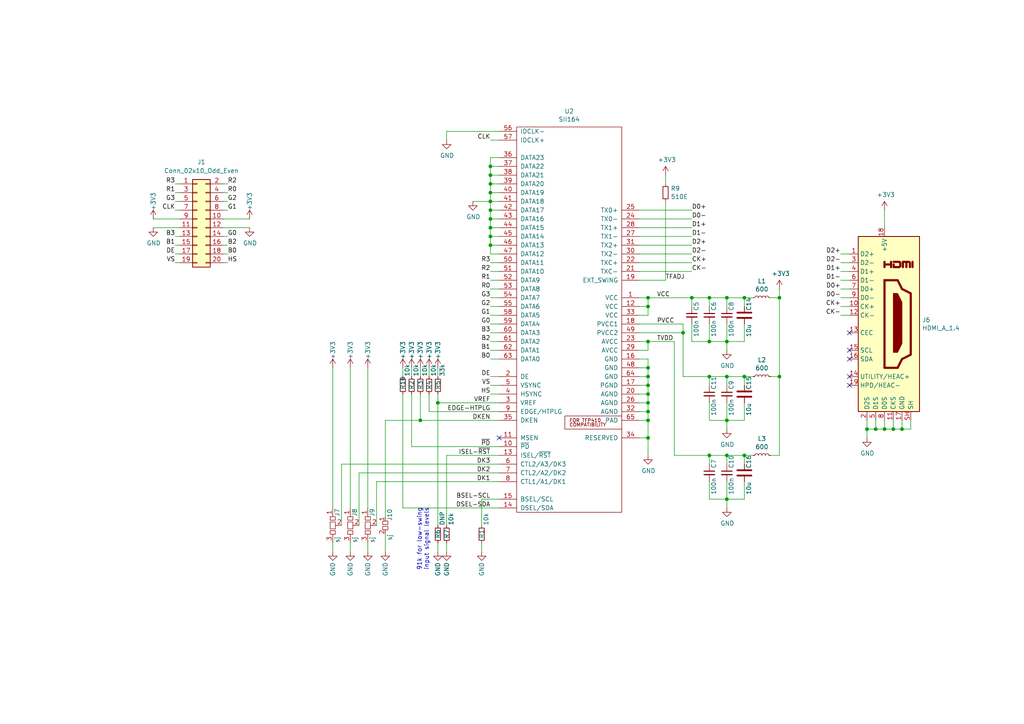
<source format=kicad_sch>
(kicad_sch (version 20230121) (generator eeschema)
  (paper "A4")
  (title_block (title "iCEBreaker PMOD - 12bit DVI") (rev "V1.1a") (company "1BitSquared") (comment 1 "(C) 2018-2021 Piotr Esden-Tempski <piotr@esden.net>") (comment 2 "(C) 2018-2021 1BitSquared <info@1bitsquared.com>") (comment 3 "License: CC-BY-SA V4.0"))
  (lib_symbols
    (symbol "Connector:HDMI_A_1.4"
      (property "Reference" "J" (at -6.35 26.67 0))
      (property "Value" "HDMI_A_1.4" (at 10.16 26.67 0))
      (symbol "HDMI_A_1.4_0_0"
        (polyline (pts (xy 8.128 16.51) (xy 8.128 18.034)) (stroke (width 0.635)))
        (polyline (pts (xy 0 16.51) (xy 0 18.034) (xy 0 17.272) (xy 1.905 17.272) (xy 1.905 18.034) (xy 1.905 16.51)) (stroke (width 0.635)))
        (polyline (pts (xy 2.667 18.034) (xy 4.318 18.034) (xy 4.572 17.78) (xy 4.572 16.764) (xy 4.318 16.51) (xy 2.667 16.51) (xy 2.667 17.272)) (stroke (width 0.635)))
      )
      (symbol "HDMI_A_1.4_0_1"
        (rectangle (start -7.62 25.4) (end 10.16 -25.4) (stroke (width 0.254)) (fill (type background)))
        (polyline (pts (xy 2.54 8.89) (xy 3.81 8.89) (xy 5.08 6.35) (xy 5.08 -5.715) (xy 3.81 -8.255) (xy 2.54 -8.255) (xy 2.54 8.89)) (fill (type outline)))
        (polyline (pts (xy 5.334 16.51) (xy 5.334 18.034) (xy 6.35 18.034) (xy 6.35 16.51) (xy 6.35 18.034) (xy 7.112 18.034) (xy 7.366 17.78) (xy 7.366 16.51)) (stroke (width 0.635)))
        (polyline (pts (xy 0 12.7) (xy 0 -12.7) (xy 3.81 -12.7) (xy 5.08 -10.16) (xy 7.62 -8.89) (xy 7.62 8.89) (xy 5.08 10.16) (xy 3.81 12.7) (xy 0 12.7)) (stroke (width 0.635)))
      )
      (symbol "HDMI_A_1.4_1_1"
        (pin passive line (at -10.16 20.32 0) (length 2.54) (name "D2+") (number "1"))
        (pin passive line (at -10.16 5.08 0) (length 2.54) (name "CK+") (number "10"))
        (pin power_in line (at 2.54 -27.94 90) (length 2.54) (name "CKS") (number "11"))
        (pin passive line (at -10.16 2.54 0) (length 2.54) (name "CK-") (number "12"))
        (pin bidirectional line (at -10.16 -2.54 0) (length 2.54) (name "CEC") (number "13"))
        (pin passive line (at -10.16 -15.24 0) (length 2.54) (name "UTILITY/HEAC+") (number "14"))
        (pin passive line (at -10.16 -7.62 0) (length 2.54) (name "SCL") (number "15"))
        (pin bidirectional line (at -10.16 -10.16 0) (length 2.54) (name "SDA") (number "16"))
        (pin power_in line (at 5.08 -27.94 90) (length 2.54) (name "GND") (number "17"))
        (pin power_in line (at 0 27.94 270) (length 2.54) (name "+5V") (number "18"))
        (pin passive line (at -10.16 -17.78 0) (length 2.54) (name "HPD/HEAC-") (number "19"))
        (pin power_in line (at -5.08 -27.94 90) (length 2.54) (name "D2S") (number "2"))
        (pin passive line (at -10.16 17.78 0) (length 2.54) (name "D2-") (number "3"))
        (pin passive line (at -10.16 15.24 0) (length 2.54) (name "D1+") (number "4"))
        (pin power_in line (at -2.54 -27.94 90) (length 2.54) (name "D1S") (number "5"))
        (pin passive line (at -10.16 12.7 0) (length 2.54) (name "D1-") (number "6"))
        (pin passive line (at -10.16 10.16 0) (length 2.54) (name "D0+") (number "7"))
        (pin power_in line (at 0 -27.94 90) (length 2.54) (name "D0S") (number "8"))
        (pin passive line (at -10.16 7.62 0) (length 2.54) (name "D0-") (number "9"))
        (pin passive line (at 7.62 -27.94 90) (length 2.54) (name "SH") (number "SH"))
      )
    )
    (symbol "Connector_Generic:Conn_02x10_Odd_Even" (pin_names (offset 1.016) hide)
      (property "Reference" "J" (at 1.27 12.7 0))
      (property "Value" "Conn_02x10_Odd_Even" (at 1.27 -15.24 0))
      (symbol "Conn_02x10_Odd_Even_1_1"
        (rectangle (start -1.27 -12.573) (end 0 -12.827) (stroke (width 0.1524)))
        (rectangle (start -1.27 -10.033) (end 0 -10.287) (stroke (width 0.1524)))
        (rectangle (start -1.27 -7.493) (end 0 -7.747) (stroke (width 0.1524)))
        (rectangle (start -1.27 -4.953) (end 0 -5.207) (stroke (width 0.1524)))
        (rectangle (start -1.27 -2.413) (end 0 -2.667) (stroke (width 0.1524)))
        (rectangle (start -1.27 0.127) (end 0 -0.127) (stroke (width 0.1524)))
        (rectangle (start -1.27 2.667) (end 0 2.413) (stroke (width 0.1524)))
        (rectangle (start -1.27 5.207) (end 0 4.953) (stroke (width 0.1524)))
        (rectangle (start -1.27 7.747) (end 0 7.493) (stroke (width 0.1524)))
        (rectangle (start -1.27 10.287) (end 0 10.033) (stroke (width 0.1524)))
        (rectangle (start -1.27 11.43) (end 3.81 -13.97) (stroke (width 0.254)) (fill (type background)))
        (rectangle (start 3.81 -12.573) (end 2.54 -12.827) (stroke (width 0.1524)))
        (rectangle (start 3.81 -10.033) (end 2.54 -10.287) (stroke (width 0.1524)))
        (rectangle (start 3.81 -7.493) (end 2.54 -7.747) (stroke (width 0.1524)))
        (rectangle (start 3.81 -4.953) (end 2.54 -5.207) (stroke (width 0.1524)))
        (rectangle (start 3.81 -2.413) (end 2.54 -2.667) (stroke (width 0.1524)))
        (rectangle (start 3.81 0.127) (end 2.54 -0.127) (stroke (width 0.1524)))
        (rectangle (start 3.81 2.667) (end 2.54 2.413) (stroke (width 0.1524)))
        (rectangle (start 3.81 5.207) (end 2.54 4.953) (stroke (width 0.1524)))
        (rectangle (start 3.81 7.747) (end 2.54 7.493) (stroke (width 0.1524)))
        (rectangle (start 3.81 10.287) (end 2.54 10.033) (stroke (width 0.1524)))
        (pin passive line (at -5.08 10.16 0) (length 3.81) (name "Pin_1") (number "1"))
        (pin passive line (at 7.62 0 180) (length 3.81) (name "Pin_10") (number "10"))
        (pin passive line (at -5.08 -2.54 0) (length 3.81) (name "Pin_11") (number "11"))
        (pin passive line (at 7.62 -2.54 180) (length 3.81) (name "Pin_12") (number "12"))
        (pin passive line (at -5.08 -5.08 0) (length 3.81) (name "Pin_13") (number "13"))
        (pin passive line (at 7.62 -5.08 180) (length 3.81) (name "Pin_14") (number "14"))
        (pin passive line (at -5.08 -7.62 0) (length 3.81) (name "Pin_15") (number "15"))
        (pin passive line (at 7.62 -7.62 180) (length 3.81) (name "Pin_16") (number "16"))
        (pin passive line (at -5.08 -10.16 0) (length 3.81) (name "Pin_17") (number "17"))
        (pin passive line (at 7.62 -10.16 180) (length 3.81) (name "Pin_18") (number "18"))
        (pin passive line (at -5.08 -12.7 0) (length 3.81) (name "Pin_19") (number "19"))
        (pin passive line (at 7.62 10.16 180) (length 3.81) (name "Pin_2") (number "2"))
        (pin passive line (at 7.62 -12.7 180) (length 3.81) (name "Pin_20") (number "20"))
        (pin passive line (at -5.08 7.62 0) (length 3.81) (name "Pin_3") (number "3"))
        (pin passive line (at 7.62 7.62 180) (length 3.81) (name "Pin_4") (number "4"))
        (pin passive line (at -5.08 5.08 0) (length 3.81) (name "Pin_5") (number "5"))
        (pin passive line (at 7.62 5.08 180) (length 3.81) (name "Pin_6") (number "6"))
        (pin passive line (at -5.08 2.54 0) (length 3.81) (name "Pin_7") (number "7"))
        (pin passive line (at 7.62 2.54 180) (length 3.81) (name "Pin_8") (number "8"))
        (pin passive line (at -5.08 0 0) (length 3.81) (name "Pin_9") (number "9"))
      )
    )
    (symbol "pkl_device:pkl_C" (pin_numbers hide) (pin_names (offset 0.254))
      (property "Reference" "C" (at 0.635 2.54 0))
      (property "Value" "pkl_C" (at 0.635 -2.54 0))
      (symbol "pkl_C_0_1"
        (polyline (pts (xy -2.032 -0.762) (xy 2.032 -0.762)) (stroke (width 0.508)))
        (polyline (pts (xy -2.032 0.762) (xy 2.032 0.762)) (stroke (width 0.508)))
      )
      (symbol "pkl_C_1_1"
        (pin passive line (at 0 2.54 270) (length 1.524) (name "~") (number "1"))
        (pin passive line (at 0 -2.54 90) (length 1.524) (name "~") (number "2"))
      )
    )
    (symbol "pkl_device:pkl_C_Small" (pin_numbers hide) (pin_names (offset 0.254) hide)
      (property "Reference" "C" (at 0.254 1.778 0))
      (property "Value" "pkl_C_Small" (at 0.254 -2.032 0))
      (symbol "pkl_C_Small_0_1"
        (polyline (pts (xy -1.524 -0.508) (xy 1.524 -0.508)) (stroke (width 0.3302)))
        (polyline (pts (xy -1.524 0.508) (xy 1.524 0.508)) (stroke (width 0.3048)))
      )
      (symbol "pkl_C_Small_1_1"
        (pin passive line (at 0 2.54 270) (length 1.905) (name "~") (number "1"))
        (pin passive line (at 0 -2.54 90) (length 2.032) (name "~") (number "2"))
      )
    )
    (symbol "pkl_device:pkl_L_Small" (pin_numbers hide) (pin_names (offset 0) hide)
      (property "Reference" "L" (at 1.524 1.27 0))
      (property "Value" "pkl_L_Small" (at 1.524 -1.27 0))
      (symbol "pkl_L_Small_0_1"
        (arc (start 0 -2.032) (mid 0.5058 -1.524) (end 0 -1.016))
        (arc (start 0 -1.016) (mid 0.5058 -0.508) (end 0 0))
        (arc (start 0 0) (mid 0.5058 0.508) (end 0 1.016))
        (arc (start 0 1.016) (mid 0.5058 1.524) (end 0 2.032))
      )
      (symbol "pkl_L_Small_1_1"
        (pin input line (at 0 -2.54 90) (length 0.508) (name "1") (number "1"))
        (pin input line (at 0 2.54 270) (length 0.508) (name "2") (number "2"))
      )
    )
    (symbol "pkl_device:pkl_R_Small" (pin_numbers hide) (pin_names (offset 0.254) hide)
      (property "Reference" "R" (at 0.762 0.508 0))
      (property "Value" "pkl_R_Small" (at 0.762 -1.016 0))
      (symbol "pkl_R_Small_0_1"
        (rectangle (start -0.762 1.778) (end 0.762 -1.778) (stroke (width 0.2032)))
      )
      (symbol "pkl_R_Small_1_1"
        (pin passive line (at 0 2.54 270) (length 0.762) (name "~") (number "1"))
        (pin passive line (at 0 -2.54 90) (length 0.762) (name "~") (number "2"))
      )
    )
    (symbol "pkl_lattice:SII164" (pin_names (offset 1.016))
      (property "Reference" "U" (at 0 55.88 0))
      (property "Value" "SII164" (at 0 -58.42 0))
      (symbol "SII164_0_0"
        (polyline (pts (xy 15.24 -29.21) (xy 0 -29.21) (xy -1.27 -29.21) (xy -1.27 -33.02) (xy 15.24 -33.02)))
        (text "COMPATIBILITY" (at 0 -31.75 0) (effects (font (size 0.9906 0.9906)) (justify left)))
        (text "FOR TFP410 " (at 0 -30.48 0) (effects (font (size 0.9906 0.9906)) (justify left)))
      )
      (symbol "SII164_0_1"
        (rectangle (start -15.24 54.61) (end 15.24 -57.15))
      )
      (symbol "SII164_1_1"
        (pin power_in line (at 20.32 5.08 180) (length 5.08) (name "VCC") (number "1"))
        (pin input line (at -20.32 -38.1 0) (length 5.08) (name "~{PD}") (number "10"))
        (pin output line (at -20.32 -35.56 0) (length 5.08) (name "MSEN") (number "11"))
        (pin power_in line (at 20.32 2.54 180) (length 5.08) (name "VCC") (number "12"))
        (pin input line (at -20.32 -40.64 0) (length 5.08) (name "ISEL/~{RST}") (number "13"))
        (pin input line (at -20.32 -55.88 0) (length 5.08) (name "DSEL/SDA") (number "14"))
        (pin input line (at -20.32 -53.34 0) (length 5.08) (name "BSEL/SCL") (number "15"))
        (pin power_in line (at 20.32 -12.7 180) (length 5.08) (name "GND") (number "16"))
        (pin power_in line (at 20.32 -20.32 180) (length 5.08) (name "PGND") (number "17"))
        (pin power_in line (at 20.32 -2.54 180) (length 5.08) (name "PVCC1") (number "18"))
        (pin input line (at 20.32 10.16 180) (length 5.08) (name "EXT_SWING") (number "19"))
        (pin input line (at -20.32 -17.78 0) (length 5.08) (name "DE") (number "2"))
        (pin power_in line (at 20.32 -22.86 180) (length 5.08) (name "AGND") (number "20"))
        (pin output line (at 20.32 12.7 180) (length 5.08) (name "TXC-") (number "21"))
        (pin output line (at 20.32 15.24 180) (length 5.08) (name "TXC+") (number "22"))
        (pin power_in line (at 20.32 -7.62 180) (length 5.08) (name "AVCC") (number "23"))
        (pin output line (at 20.32 27.94 180) (length 5.08) (name "TX0-") (number "24"))
        (pin output line (at 20.32 30.48 180) (length 5.08) (name "TX0+") (number "25"))
        (pin power_in line (at 20.32 -25.4 180) (length 5.08) (name "AGND") (number "26"))
        (pin output line (at 20.32 22.86 180) (length 5.08) (name "TX1-") (number "27"))
        (pin output line (at 20.32 25.4 180) (length 5.08) (name "TX1+") (number "28"))
        (pin power_in line (at 20.32 -10.16 180) (length 5.08) (name "AVCC") (number "29"))
        (pin input line (at -20.32 -25.4 0) (length 5.08) (name "VREF") (number "3"))
        (pin output line (at 20.32 17.78 180) (length 5.08) (name "TX2-") (number "30"))
        (pin output line (at 20.32 20.32 180) (length 5.08) (name "TX2+") (number "31"))
        (pin power_in line (at 20.32 -27.94 180) (length 5.08) (name "AGND") (number "32"))
        (pin power_in line (at 20.32 0 180) (length 5.08) (name "VCC") (number "33"))
        (pin input line (at 20.32 -35.56 180) (length 5.08) (name "RESERVED") (number "34"))
        (pin input line (at -20.32 -30.48 0) (length 5.08) (name "DKEN") (number "35"))
        (pin input line (at -20.32 45.72 0) (length 5.08) (name "DATA23") (number "36"))
        (pin input line (at -20.32 43.18 0) (length 5.08) (name "DATA22") (number "37"))
        (pin input line (at -20.32 40.64 0) (length 5.08) (name "DATA21") (number "38"))
        (pin input line (at -20.32 38.1 0) (length 5.08) (name "DATA20") (number "39"))
        (pin input line (at -20.32 -22.86 0) (length 5.08) (name "HSYNC") (number "4"))
        (pin input line (at -20.32 35.56 0) (length 5.08) (name "DATA19") (number "40"))
        (pin input line (at -20.32 33.02 0) (length 5.08) (name "DATA18") (number "41"))
        (pin input line (at -20.32 30.48 0) (length 5.08) (name "DATA17") (number "42"))
        (pin input line (at -20.32 27.94 0) (length 5.08) (name "DATA16") (number "43"))
        (pin input line (at -20.32 25.4 0) (length 5.08) (name "DATA15") (number "44"))
        (pin input line (at -20.32 22.86 0) (length 5.08) (name "DATA14") (number "45"))
        (pin input line (at -20.32 20.32 0) (length 5.08) (name "DATA13") (number "46"))
        (pin input line (at -20.32 17.78 0) (length 5.08) (name "DATA12") (number "47"))
        (pin power_in line (at 20.32 -15.24 180) (length 5.08) (name "GND") (number "48"))
        (pin power_in line (at 20.32 -5.08 180) (length 5.08) (name "PVCC2") (number "49"))
        (pin input line (at -20.32 -20.32 0) (length 5.08) (name "VSYNC") (number "5"))
        (pin input line (at -20.32 15.24 0) (length 5.08) (name "DATA11") (number "50"))
        (pin input line (at -20.32 12.7 0) (length 5.08) (name "DATA10") (number "51"))
        (pin input line (at -20.32 10.16 0) (length 5.08) (name "DATA9") (number "52"))
        (pin input line (at -20.32 7.62 0) (length 5.08) (name "DATA8") (number "53"))
        (pin input line (at -20.32 5.08 0) (length 5.08) (name "DATA7") (number "54"))
        (pin input line (at -20.32 2.54 0) (length 5.08) (name "DATA6") (number "55"))
        (pin input line (at -20.32 53.34 0) (length 5.08) (name "IDCLK-") (number "56"))
        (pin input line (at -20.32 50.8 0) (length 5.08) (name "IDCLK+") (number "57"))
        (pin input line (at -20.32 0 0) (length 5.08) (name "DATA5") (number "58"))
        (pin input line (at -20.32 -2.54 0) (length 5.08) (name "DATA4") (number "59"))
        (pin input line (at -20.32 -43.18 0) (length 5.08) (name "CTL2/A3/DK3") (number "6"))
        (pin input line (at -20.32 -5.08 0) (length 5.08) (name "DATA3") (number "60"))
        (pin input line (at -20.32 -7.62 0) (length 5.08) (name "DATA2") (number "61"))
        (pin input line (at -20.32 -10.16 0) (length 5.08) (name "DATA1") (number "62"))
        (pin input line (at -20.32 -12.7 0) (length 5.08) (name "DATA0") (number "63"))
        (pin power_in line (at 20.32 -17.78 180) (length 5.08) (name "GND") (number "64"))
        (pin power_in line (at 20.32 -30.48 180) (length 5.08) (name "PAD") (number "65"))
        (pin input line (at -20.32 -45.72 0) (length 5.08) (name "CTL2/A2/DK2") (number "7"))
        (pin input line (at -20.32 -48.26 0) (length 5.08) (name "CTL1/A1/DK1") (number "8"))
        (pin input line (at -20.32 -27.94 0) (length 5.08) (name "EDGE/HTPLG") (number "9"))
      )
    )
    (symbol "pkl_misc:pkl_double_jumper" (pin_names (offset 1.016))
      (property "Reference" "J" (at 0 -2.54 0))
      (property "Value" "pkl_double_jumper" (at 0 -5.08 0))
      (symbol "pkl_double_jumper_0_0"
        (polyline (pts (xy 0 1.27) (xy 0 0.762)))
      )
      (symbol "pkl_double_jumper_0_1"
        (rectangle (start 1.524 0.762) (end 2.54 -0.762))
      )
      (symbol "pkl_double_jumper_1_1"
        (rectangle (start -2.54 0.762) (end -1.524 -0.762))
        (rectangle (start -1.016 0.762) (end 1.016 -0.762))
        (pin passive line (at -5.08 0 0) (length 2.54) (name "~") (number "1"))
        (pin passive line (at 0 2.54 270) (length 1.27) (name "~") (number "2"))
        (pin passive line (at 5.08 0 180) (length 2.54) (name "~") (number "3"))
      )
    )
    (symbol "pkl_misc:pkl_jumper" (pin_names (offset 1.016))
      (property "Reference" "J" (at 2.54 -2.54 0))
      (property "Value" "pkl_jumper" (at 0 3.81 0))
      (symbol "pkl_jumper_0_1"
        (rectangle (start -1.27 0.762) (end -0.254 -0.762))
        (rectangle (start 0.254 0.762) (end 1.27 -0.762))
      )
      (symbol "pkl_jumper_1_1"
        (pin passive line (at -2.54 0 0) (length 1.27) (name "~") (number "1"))
        (pin passive line (at 2.54 0 180) (length 1.27) (name "~") (number "2"))
      )
    )
    (symbol "power:+3V3" (power) (pin_names (offset 0))
      (property "Value" "+3V3" (at 0 3.556 0))
      (symbol "+3V3_0_1"
        (polyline (pts (xy -0.762 1.27) (xy 0 2.54)))
        (polyline (pts (xy 0 0) (xy 0 2.54)))
        (polyline (pts (xy 0 2.54) (xy 0.762 1.27)))
      )
      (symbol "+3V3_1_1"
        (pin power_in line (at 0 0 90) (length 0) hide (name "+3V3") (number "1"))
      )
    )
    (symbol "power:GND" (power) (pin_names (offset 0))
      (property "Value" "GND" (at 0 -3.81 0))
      (symbol "GND_0_1"
        (polyline (pts (xy 0 0) (xy 0 -1.27) (xy 1.27 -1.27) (xy 0 -2.54) (xy -1.27 -1.27) (xy 0 -1.27)))
      )
      (symbol "GND_1_1"
        (pin power_in line (at 0 0 270) (length 0) hide (name "GND") (number "1"))
      )
    )
  )
  (junction (at 142.24 58.42))
  (junction (at 121.92 121.92))
  (junction (at 142.24 68.58))
  (junction (at 226.06 86.36))
  (junction (at 187.96 106.68))
  (junction (at 142.24 63.5))
  (junction (at 198.12 96.52))
  (junction (at 187.96 99.06))
  (junction (at 187.96 88.9))
  (junction (at 210.82 86.36))
  (junction (at 215.9 86.36))
  (junction (at 210.82 132.08))
  (junction (at 142.24 50.8))
  (junction (at 142.24 71.12))
  (junction (at 261.62 124.46))
  (junction (at 210.82 99.06))
  (junction (at 187.96 114.3))
  (junction (at 205.74 99.06))
  (junction (at 210.82 144.78))
  (junction (at 187.96 109.22))
  (junction (at 187.96 119.38))
  (junction (at 226.06 109.22))
  (junction (at 127 116.84))
  (junction (at 142.24 48.26))
  (junction (at 256.54 124.46))
  (junction (at 259.08 124.46))
  (junction (at 205.74 109.22))
  (junction (at 142.24 60.96))
  (junction (at 200.66 86.36))
  (junction (at 187.96 127))
  (junction (at 205.74 132.08))
  (junction (at 187.96 121.92))
  (junction (at 142.24 66.04))
  (junction (at 142.24 53.34))
  (junction (at 205.74 86.36))
  (junction (at 215.9 132.08))
  (junction (at 187.96 111.76))
  (junction (at 187.96 116.84))
  (junction (at 210.82 109.22))
  (junction (at 215.9 109.22))
  (junction (at 254 124.46))
  (junction (at 142.24 55.88))
  (junction (at 210.82 121.92))
  (junction (at 251.46 124.46))
  (junction (at 187.96 86.36))
  (no_connect (at 246.38 109.22))
  (no_connect (at 246.38 101.6))
  (no_connect (at 144.78 127))
  (no_connect (at 246.38 111.76))
  (no_connect (at 246.38 104.14))
  (no_connect (at 246.38 96.52))
  (wire (pts (xy 144.78 40.64) (xy 142.24 40.64)))
  (wire (pts (xy 210.82 86.36) (xy 205.74 86.36)))
  (wire (pts (xy 187.96 116.84) (xy 187.96 119.38)))
  (wire (pts (xy 205.74 139.7) (xy 205.74 144.78)))
  (wire (pts (xy 104.14 137.16) (xy 144.78 137.16)))
  (wire (pts (xy 142.24 55.88) (xy 142.24 58.42)))
  (wire (pts (xy 144.78 116.84) (xy 127 116.84)))
  (wire (pts (xy 142.24 53.34) (xy 142.24 50.8)))
  (wire (pts (xy 205.74 144.78) (xy 210.82 144.78)))
  (wire (pts (xy 144.78 45.72) (xy 142.24 45.72)))
  (wire (pts (xy 142.24 93.98) (xy 144.78 93.98)))
  (wire (pts (xy 144.78 111.76) (xy 142.24 111.76)))
  (wire (pts (xy 185.42 109.22) (xy 187.96 109.22)))
  (wire (pts (xy 142.24 50.8) (xy 142.24 48.26)))
  (wire (pts (xy 187.96 91.44) (xy 187.96 88.9)))
  (wire (pts (xy 185.42 91.44) (xy 187.96 91.44)))
  (wire (pts (xy 210.82 132.08) (xy 215.9 132.08)))
  (wire (pts (xy 185.42 104.14) (xy 187.96 104.14)))
  (wire (pts (xy 210.82 121.92) (xy 215.9 121.92)))
  (wire (pts (xy 215.9 99.06) (xy 215.9 93.98)))
  (wire (pts (xy 205.74 109.22) (xy 210.82 109.22)))
  (wire (pts (xy 205.74 86.36) (xy 205.74 88.9)))
  (wire (pts (xy 139.7 157.48) (xy 139.7 160.02)))
  (wire (pts (xy 246.38 76.2) (xy 243.84 76.2)))
  (wire (pts (xy 64.77 68.58) (xy 66.04 68.58)))
  (wire (pts (xy 116.84 114.3) (xy 116.84 147.32)))
  (wire (pts (xy 127 106.68) (xy 127 109.22)))
  (wire (pts (xy 185.42 86.36) (xy 187.96 86.36)))
  (wire (pts (xy 66.04 73.66) (xy 64.77 73.66)))
  (wire (pts (xy 144.78 55.88) (xy 142.24 55.88)))
  (wire (pts (xy 185.42 93.98) (xy 198.12 93.98)))
  (wire (pts (xy 226.06 86.36) (xy 226.06 109.22)))
  (wire (pts (xy 261.62 121.92) (xy 261.62 124.46)))
  (wire (pts (xy 142.24 99.06) (xy 144.78 99.06)))
  (wire (pts (xy 64.77 71.12) (xy 66.04 71.12)))
  (wire (pts (xy 142.24 86.36) (xy 144.78 86.36)))
  (wire (pts (xy 205.74 116.84) (xy 205.74 121.92)))
  (wire (pts (xy 205.74 132.08) (xy 210.82 132.08)))
  (wire (pts (xy 210.82 109.22) (xy 215.9 109.22)))
  (wire (pts (xy 210.82 86.36) (xy 215.9 86.36)))
  (wire (pts (xy 210.82 116.84) (xy 210.82 121.92)))
  (wire (pts (xy 215.9 121.92) (xy 215.9 116.84)))
  (wire (pts (xy 185.42 119.38) (xy 187.96 119.38)))
  (wire (pts (xy 261.62 124.46) (xy 259.08 124.46)))
  (wire (pts (xy 50.8 73.66) (xy 52.07 73.66)))
  (wire (pts (xy 119.38 129.54) (xy 119.38 114.3)))
  (wire (pts (xy 198.12 93.98) (xy 198.12 96.52)))
  (wire (pts (xy 111.76 154.94) (xy 111.76 160.02)))
  (wire (pts (xy 144.78 73.66) (xy 142.24 73.66)))
  (wire (pts (xy 215.9 132.08) (xy 215.9 134.62)))
  (wire (pts (xy 50.8 58.42) (xy 52.07 58.42)))
  (wire (pts (xy 205.74 86.36) (xy 200.66 86.36)))
  (wire (pts (xy 264.16 121.92) (xy 264.16 124.46)))
  (wire (pts (xy 144.78 58.42) (xy 142.24 58.42)))
  (wire (pts (xy 185.42 111.76) (xy 187.96 111.76)))
  (wire (pts (xy 187.96 101.6) (xy 187.96 99.06)))
  (wire (pts (xy 144.78 114.3) (xy 142.24 114.3)))
  (wire (pts (xy 246.38 86.36) (xy 243.84 86.36)))
  (wire (pts (xy 195.58 99.06) (xy 195.58 132.08)))
  (wire (pts (xy 195.58 132.08) (xy 205.74 132.08)))
  (wire (pts (xy 215.9 132.08) (xy 218.44 132.08)))
  (wire (pts (xy 101.6 147.32) (xy 101.6 106.68)))
  (wire (pts (xy 210.82 93.98) (xy 210.82 99.06)))
  (wire (pts (xy 142.24 55.88) (xy 142.24 53.34)))
  (wire (pts (xy 205.74 132.08) (xy 205.74 134.62)))
  (wire (pts (xy 50.8 53.34) (xy 52.07 53.34)))
  (wire (pts (xy 50.8 71.12) (xy 52.07 71.12)))
  (wire (pts (xy 210.82 86.36) (xy 210.82 88.9)))
  (wire (pts (xy 129.54 152.4) (xy 129.54 132.08)))
  (wire (pts (xy 50.8 68.58) (xy 52.07 68.58)))
  (wire (pts (xy 210.82 132.08) (xy 210.82 134.62)))
  (wire (pts (xy 185.42 88.9) (xy 187.96 88.9)))
  (wire (pts (xy 109.22 152.4) (xy 109.22 139.7)))
  (wire (pts (xy 99.06 134.62) (xy 99.06 152.4)))
  (wire (pts (xy 129.54 38.1) (xy 144.78 38.1)))
  (wire (pts (xy 124.46 119.38) (xy 144.78 119.38)))
  (wire (pts (xy 246.38 91.44) (xy 243.84 91.44)))
  (wire (pts (xy 142.24 60.96) (xy 142.24 63.5)))
  (wire (pts (xy 185.42 81.28) (xy 193.04 81.28)))
  (wire (pts (xy 185.42 68.58) (xy 200.66 68.58)))
  (wire (pts (xy 259.08 121.92) (xy 259.08 124.46)))
  (wire (pts (xy 223.52 132.08) (xy 226.06 132.08)))
  (wire (pts (xy 246.38 78.74) (xy 243.84 78.74)))
  (wire (pts (xy 185.42 63.5) (xy 200.66 63.5)))
  (wire (pts (xy 210.82 139.7) (xy 210.82 144.78)))
  (wire (pts (xy 198.12 96.52) (xy 198.12 109.22)))
  (wire (pts (xy 187.96 114.3) (xy 187.96 116.84)))
  (wire (pts (xy 215.9 86.36) (xy 215.9 88.9)))
  (wire (pts (xy 142.24 88.9) (xy 144.78 88.9)))
  (wire (pts (xy 104.14 152.4) (xy 104.14 137.16)))
  (wire (pts (xy 139.7 152.4) (xy 139.7 144.78)))
  (wire (pts (xy 200.66 93.98) (xy 200.66 99.06)))
  (wire (pts (xy 187.96 111.76) (xy 187.96 114.3)))
  (wire (pts (xy 264.16 124.46) (xy 261.62 124.46)))
  (wire (pts (xy 129.54 40.64) (xy 129.54 38.1)))
  (wire (pts (xy 101.6 160.02) (xy 101.6 157.48)))
  (wire (pts (xy 64.77 66.04) (xy 72.39 66.04)))
  (wire (pts (xy 187.96 88.9) (xy 187.96 86.36)))
  (wire (pts (xy 64.77 55.88) (xy 66.04 55.88)))
  (wire (pts (xy 109.22 139.7) (xy 144.78 139.7)))
  (wire (pts (xy 215.9 144.78) (xy 215.9 139.7)))
  (wire (pts (xy 144.78 63.5) (xy 142.24 63.5)))
  (wire (pts (xy 142.24 101.6) (xy 144.78 101.6)))
  (wire (pts (xy 205.74 99.06) (xy 210.82 99.06)))
  (wire (pts (xy 116.84 109.22) (xy 116.84 106.68)))
  (wire (pts (xy 210.82 99.06) (xy 210.82 101.6)))
  (wire (pts (xy 142.24 58.42) (xy 142.24 60.96)))
  (wire (pts (xy 185.42 60.96) (xy 200.66 60.96)))
  (wire (pts (xy 185.42 73.66) (xy 200.66 73.66)))
  (wire (pts (xy 259.08 124.46) (xy 256.54 124.46)))
  (wire (pts (xy 142.24 83.82) (xy 144.78 83.82)))
  (wire (pts (xy 246.38 81.28) (xy 243.84 81.28)))
  (wire (pts (xy 210.82 109.22) (xy 210.82 111.76)))
  (wire (pts (xy 200.66 99.06) (xy 205.74 99.06)))
  (wire (pts (xy 185.42 106.68) (xy 187.96 106.68)))
  (wire (pts (xy 185.42 101.6) (xy 187.96 101.6)))
  (wire (pts (xy 246.38 73.66) (xy 243.84 73.66)))
  (wire (pts (xy 185.42 127) (xy 187.96 127)))
  (wire (pts (xy 106.68 157.48) (xy 106.68 160.02)))
  (wire (pts (xy 142.24 104.14) (xy 144.78 104.14)))
  (wire (pts (xy 251.46 121.92) (xy 251.46 124.46)))
  (wire (pts (xy 119.38 109.22) (xy 119.38 106.68)))
  (wire (pts (xy 256.54 60.96) (xy 256.54 66.04)))
  (wire (pts (xy 256.54 121.92) (xy 256.54 124.46)))
  (wire (pts (xy 121.92 121.92) (xy 121.92 114.3)))
  (wire (pts (xy 187.96 121.92) (xy 187.96 127)))
  (wire (pts (xy 142.24 45.72) (xy 142.24 48.26)))
  (wire (pts (xy 210.82 144.78) (xy 215.9 144.78)))
  (wire (pts (xy 254 124.46) (xy 251.46 124.46)))
  (wire (pts (xy 116.84 147.32) (xy 144.78 147.32)))
  (wire (pts (xy 142.24 71.12) (xy 144.78 71.12)))
  (wire (pts (xy 226.06 132.08) (xy 226.06 109.22)))
  (wire (pts (xy 119.38 129.54) (xy 144.78 129.54)))
  (wire (pts (xy 205.74 109.22) (xy 205.74 111.76)))
  (wire (pts (xy 50.8 55.88) (xy 52.07 55.88)))
  (wire (pts (xy 50.8 60.96) (xy 52.07 60.96)))
  (wire (pts (xy 187.96 104.14) (xy 187.96 106.68)))
  (wire (pts (xy 226.06 109.22) (xy 223.52 109.22)))
  (wire (pts (xy 52.07 66.04) (xy 44.45 66.04)))
  (wire (pts (xy 187.96 99.06) (xy 195.58 99.06)))
  (wire (pts (xy 256.54 124.46) (xy 254 124.46)))
  (wire (pts (xy 111.76 149.86) (xy 111.76 121.92)))
  (wire (pts (xy 187.96 109.22) (xy 187.96 111.76)))
  (wire (pts (xy 111.76 121.92) (xy 121.92 121.92)))
  (wire (pts (xy 251.46 124.46) (xy 251.46 127)))
  (wire (pts (xy 144.78 60.96) (xy 142.24 60.96)))
  (wire (pts (xy 99.06 134.62) (xy 144.78 134.62)))
  (wire (pts (xy 106.68 147.32) (xy 106.68 106.68)))
  (wire (pts (xy 187.96 106.68) (xy 187.96 109.22)))
  (wire (pts (xy 142.24 78.74) (xy 144.78 78.74)))
  (wire (pts (xy 142.24 63.5) (xy 142.24 66.04)))
  (wire (pts (xy 139.7 144.78) (xy 144.78 144.78)))
  (wire (pts (xy 142.24 81.28) (xy 144.78 81.28)))
  (wire (pts (xy 185.42 78.74) (xy 200.66 78.74)))
  (wire (pts (xy 142.24 68.58) (xy 142.24 71.12)))
  (wire (pts (xy 198.12 109.22) (xy 205.74 109.22)))
  (wire (pts (xy 185.42 114.3) (xy 187.96 114.3)))
  (wire (pts (xy 129.54 157.48) (xy 129.54 160.02)))
  (wire (pts (xy 64.77 63.5) (xy 72.39 63.5)))
  (wire (pts (xy 200.66 86.36) (xy 200.66 88.9)))
  (wire (pts (xy 193.04 81.28) (xy 193.04 58.42)))
  (wire (pts (xy 127 116.84) (xy 127 152.4)))
  (wire (pts (xy 142.24 66.04) (xy 142.24 68.58)))
  (wire (pts (xy 226.06 86.36) (xy 226.06 83.82)))
  (wire (pts (xy 185.42 66.04) (xy 200.66 66.04)))
  (wire (pts (xy 144.78 68.58) (xy 142.24 68.58)))
  (wire (pts (xy 64.77 58.42) (xy 66.04 58.42)))
  (wire (pts (xy 210.82 144.78) (xy 210.82 147.32)))
  (wire (pts (xy 187.96 119.38) (xy 187.96 121.92)))
  (wire (pts (xy 50.8 76.2) (xy 52.07 76.2)))
  (wire (pts (xy 215.9 109.22) (xy 218.44 109.22)))
  (wire (pts (xy 185.42 121.92) (xy 187.96 121.92)))
  (wire (pts (xy 137.16 58.42) (xy 142.24 58.42)))
  (wire (pts (xy 185.42 116.84) (xy 187.96 116.84)))
  (wire (pts (xy 66.04 76.2) (xy 64.77 76.2)))
  (wire (pts (xy 185.42 71.12) (xy 200.66 71.12)))
  (wire (pts (xy 144.78 109.22) (xy 142.24 109.22)))
  (wire (pts (xy 129.54 132.08) (xy 144.78 132.08)))
  (wire (pts (xy 200.66 86.36) (xy 187.96 86.36)))
  (wire (pts (xy 185.42 99.06) (xy 187.96 99.06)))
  (wire (pts (xy 96.52 147.32) (xy 96.52 106.68)))
  (wire (pts (xy 144.78 66.04) (xy 142.24 66.04)))
  (wire (pts (xy 246.38 88.9) (xy 243.84 88.9)))
  (wire (pts (xy 142.24 76.2) (xy 144.78 76.2)))
  (wire (pts (xy 205.74 93.98) (xy 205.74 99.06)))
  (wire (pts (xy 64.77 53.34) (xy 66.04 53.34)))
  (wire (pts (xy 124.46 109.22) (xy 124.46 106.68)))
  (wire (pts (xy 246.38 83.82) (xy 243.84 83.82)))
  (wire (pts (xy 142.24 96.52) (xy 144.78 96.52)))
  (wire (pts (xy 142.24 48.26) (xy 144.78 48.26)))
  (wire (pts (xy 144.78 53.34) (xy 142.24 53.34)))
  (wire (pts (xy 210.82 99.06) (xy 215.9 99.06)))
  (wire (pts (xy 64.77 60.96) (xy 66.04 60.96)))
  (wire (pts (xy 193.04 53.34) (xy 193.04 50.8)))
  (wire (pts (xy 124.46 119.38) (xy 124.46 114.3)))
  (wire (pts (xy 215.9 109.22) (xy 215.9 111.76)))
  (wire (pts (xy 144.78 50.8) (xy 142.24 50.8)))
  (wire (pts (xy 142.24 91.44) (xy 144.78 91.44)))
  (wire (pts (xy 187.96 127) (xy 187.96 132.08)))
  (wire (pts (xy 210.82 121.92) (xy 210.82 124.46)))
  (wire (pts (xy 127 157.48) (xy 127 160.02)))
  (wire (pts (xy 127 116.84) (xy 127 114.3)))
  (wire (pts (xy 121.92 106.68) (xy 121.92 109.22)))
  (wire (pts (xy 44.45 63.5) (xy 52.07 63.5)))
  (wire (pts (xy 254 121.92) (xy 254 124.46)))
  (wire (pts (xy 223.52 86.36) (xy 226.06 86.36)))
  (wire (pts (xy 205.74 121.92) (xy 210.82 121.92)))
  (wire (pts (xy 198.12 96.52) (xy 185.42 96.52)))
  (wire (pts (xy 142.24 73.66) (xy 142.24 71.12)))
  (wire (pts (xy 96.52 157.48) (xy 96.52 160.02)))
  (wire (pts (xy 185.42 76.2) (xy 200.66 76.2)))
  (wire (pts (xy 218.44 86.36) (xy 215.9 86.36)))
  (wire (pts (xy 121.92 121.92) (xy 144.78 121.92)))
  (text "91k for low-swing\ninput signal levels" (at 124.46 147.32 90) (effects (font (size 1.27 1.27)) (justify right bottom)))
  (label "TVDD" (at 190.5 99.06 0))
  (label "B2" (at 142.24 99.06 180))
  (label "DK3" (at 142.24 134.62 180))
  (label "CK-" (at 200.66 78.74 0))
  (label "D0+" (at 243.84 83.82 180))
  (label "VREF" (at 142.24 116.84 180))
  (label "D2-" (at 243.84 76.2 180))
  (label "D1+" (at 200.66 66.04 0))
  (label "B2" (at 66.04 71.12 0))
  (label "B0" (at 142.24 104.14 180))
  (label "D2+" (at 200.66 71.12 0))
  (label "G3" (at 142.24 86.36 180))
  (label "R3" (at 142.24 76.2 180))
  (label "DK2" (at 142.24 137.16 180))
  (label "~{PD}" (at 142.24 129.54 180))
  (label "D2+" (at 243.84 73.66 180))
  (label "B3" (at 142.24 96.52 180))
  (label "VS" (at 50.8 76.2 180))
  (label "CLK" (at 142.24 40.64 180))
  (label "CK+" (at 200.66 76.2 0))
  (label "D2-" (at 200.66 73.66 0))
  (label "R3" (at 50.8 53.34 180))
  (label "B3" (at 50.8 68.58 180))
  (label "B1" (at 50.8 71.12 180))
  (label "G0" (at 66.04 68.58 0))
  (label "D0-" (at 200.66 63.5 0))
  (label "R0" (at 142.24 83.82 180))
  (label "D0-" (at 243.84 86.36 180))
  (label "R2" (at 66.04 53.34 0))
  (label "G3" (at 50.8 58.42 180))
  (label "D0+" (at 200.66 60.96 0))
  (label "HS" (at 66.04 76.2 0))
  (label "DE" (at 142.24 109.22 180))
  (label "DSEL-SDA" (at 142.24 147.32 180))
  (label "PVCC" (at 190.5 93.98 0))
  (label "D1-" (at 243.84 81.28 180))
  (label "VCC" (at 190.5 86.36 0))
  (label "TFADJ" (at 193.04 81.28 0))
  (label "R1" (at 50.8 55.88 180))
  (label "CK+" (at 243.84 88.9 180))
  (label "EDGE-HTPLG" (at 142.24 119.38 180))
  (label "BSEL-SCL" (at 142.24 144.78 180))
  (label "DKEN" (at 142.24 121.92 180))
  (label "R1" (at 142.24 81.28 180))
  (label "DE" (at 50.8 73.66 180))
  (label "HS" (at 142.24 114.3 180))
  (label "G2" (at 142.24 88.9 180))
  (label "B0" (at 66.04 73.66 0))
  (label "CK-" (at 243.84 91.44 180))
  (label "G1" (at 66.04 60.96 0))
  (label "D1-" (at 200.66 68.58 0))
  (label "R2" (at 142.24 78.74 180))
  (label "CLK" (at 50.8 60.96 180))
  (label "B1" (at 142.24 101.6 180))
  (label "G0" (at 142.24 93.98 180))
  (label "R0" (at 66.04 55.88 0))
  (label "G2" (at 66.04 58.42 0))
  (label "G1" (at 142.24 91.44 180))
  (label "DK1" (at 142.24 139.7 180))
  (label "VS" (at 142.24 111.76 180))
  (label "D1+" (at 243.84 78.74 180))
  (label "ISEL-~{RST}" (at 142.24 132.08 180))
  (symbol (lib_id "Connector:HDMI_A_1.4") (at 256.54 93.98 0) (unit 1)
    (property "Reference" "J6" (at 267.462 92.7862 0) (effects (justify left)))
    (property "Value" "HDMI_A_1.4" (at 267.462 95.1484 0) (effects (justify left)))
    (property "Footprint" "pkl_connectors:HDMI-10029449-111RLF" (effects hide))
    (property "Datasheet" "https://en.wikipedia.org/wiki/HDMI" (effects hide))
    (property "Source" "ANY" (effects hide))
    (property "Key" "conn-hdmi-10029449-111rlf" (effects hide))
  )
  (symbol (lib_id "pkl_lattice:SII164") (at 165.1 91.44 0) (unit 1)
    (property "Reference" "U2" (at 165.1 32.258 0))
    (property "Value" "SII164" (at 165.1 34.6202 0))
    (property "Footprint" "pkl_housings_qfp:TQFP-64-1EP_10x10mm_P0.5mm_EP5x5mm" (effects hide))
    (property "Datasheet" "http://www.ti.com/lit/ds/symlink/tfp410.pdf" (effects hide))
    (property "Source" "ANY" (effects hide))
    (property "Key" "ic-tqfp64-tfp410" (effects hide))
  )
  (symbol (lib_id "power:GND") (at 251.46 127 0) (unit 1)
    (property "Reference" "#PWR0101" (effects hide))
    (property "Value" "GND" (at 251.587 131.4704 0))
  )
  (symbol (lib_id "power:GND") (at 129.54 40.64 0) (unit 1)
    (property "Reference" "#PWR0102" (effects hide))
    (property "Value" "GND" (at 129.667 45.1104 0))
  )
  (symbol (lib_id "power:GND") (at 187.96 132.08 0) (unit 1)
    (property "Reference" "#PWR0103" (effects hide))
    (property "Value" "GND" (at 188.087 136.5504 0))
  )
  (symbol (lib_id "power:+3V3") (at 226.06 83.82 0) (unit 1)
    (property "Reference" "#PWR0105" (effects hide))
    (property "Value" "+3V3" (at 226.441 79.3496 0))
  )
  (symbol (lib_id "pkl_device:pkl_C_Small") (at 200.66 91.44 0) (unit 1)
    (property "Reference" "C5" (at 201.93 90.17 90) (effects (justify left)))
    (property "Value" "100n" (at 201.93 97.79 90) (effects (justify left)))
    (property "Footprint" "pkl_dipol:C_0402" (effects hide))
    (property "Key" "cap-cer-0402-100n" (effects hide))
    (property "Source" "ANY" (effects hide))
  )
  (symbol (lib_id "pkl_device:pkl_C_Small") (at 205.74 91.44 0) (unit 1)
    (property "Reference" "C6" (at 207.01 90.17 90) (effects (justify left)))
    (property "Value" "100n" (at 207.01 97.79 90) (effects (justify left)))
    (property "Footprint" "pkl_dipol:C_0402" (effects hide))
    (property "Key" "cap-cer-0402-100n" (effects hide))
    (property "Source" "ANY" (effects hide))
  )
  (symbol (lib_id "pkl_device:pkl_C_Small") (at 210.82 91.44 0) (unit 1)
    (property "Reference" "C8" (at 212.09 90.17 90) (effects (justify left)))
    (property "Value" "100n" (at 212.09 97.79 90) (effects (justify left)))
    (property "Footprint" "pkl_dipol:C_0402" (effects hide))
    (property "Key" "cap-cer-0402-100n" (effects hide))
    (property "Source" "ANY" (effects hide))
  )
  (symbol (lib_id "pkl_device:pkl_C_Small") (at 205.74 137.16 0) (unit 1)
    (property "Reference" "C7" (at 207.01 135.89 90) (effects (justify left)))
    (property "Value" "100n" (at 207.01 143.51 90) (effects (justify left)))
    (property "Footprint" "pkl_dipol:C_0402" (effects hide))
    (property "Key" "cap-cer-0402-100n" (effects hide))
    (property "Source" "ANY" (effects hide))
  )
  (symbol (lib_id "pkl_device:pkl_C_Small") (at 210.82 137.16 0) (unit 1)
    (property "Reference" "C10" (at 212.09 135.89 90) (effects (justify left)))
    (property "Value" "100n" (at 212.09 143.51 90) (effects (justify left)))
    (property "Footprint" "pkl_dipol:C_0402" (effects hide))
    (property "Key" "cap-cer-0402-100n" (effects hide))
    (property "Source" "ANY" (effects hide))
  )
  (symbol (lib_id "power:+3V3") (at 127 106.68 0) (unit 1)
    (property "Reference" "#PWR0106" (effects hide))
    (property "Value" "+3V3" (at 127 101.6 90))
  )
  (symbol (lib_id "pkl_device:pkl_R_Small") (at 193.04 55.88 0) (unit 1)
    (property "Reference" "R9" (at 194.5386 54.6862 0) (effects (justify left)))
    (property "Value" "510E" (at 194.5386 57.0484 0) (effects (justify left)))
    (property "Footprint" "pkl_dipol:R_0402" (effects hide))
    (property "Key" "res-0402-510" (effects hide))
    (property "Source" "ANY" (effects hide))
  )
  (symbol (lib_id "power:+3V3") (at 193.04 50.8 0) (unit 1)
    (property "Reference" "#PWR0108" (effects hide))
    (property "Value" "+3V3" (at 193.421 46.3296 0))
  )
  (symbol (lib_id "pkl_device:pkl_R_Small") (at 124.46 111.76 0) (unit 1)
    (property "Reference" "R4" (at 124.46 113.03 90) (effects (justify left)))
    (property "Value" "10k" (at 125.73 109.22 90) (effects (justify left)))
    (property "Footprint" "pkl_dipol:R_0402" (effects hide))
    (property "Key" "res-0402-10k" (effects hide))
    (property "Source" "ANY" (effects hide))
  )
  (symbol (lib_id "pkl_device:pkl_R_Small") (at 127 111.76 0) (unit 1)
    (property "Reference" "R5" (at 127 113.03 90) (effects (justify left)))
    (property "Value" "33k" (at 128.27 109.22 90) (effects (justify left)))
    (property "Footprint" "pkl_dipol:R_0402" (effects hide))
    (property "Key" "res-0402-33k" (effects hide))
    (property "Source" "ANY" (effects hide))
  )
  (symbol (lib_id "pkl_device:pkl_R_Small") (at 127 154.94 0) (unit 1)
    (property "Reference" "R6" (at 127 156.21 90) (effects (justify left)))
    (property "Value" "DNP" (at 128.27 152.4 90) (effects (justify left)))
    (property "Footprint" "pkl_dipol:R_0402" (effects hide))
    (property "Key" "dnp" (effects hide))
    (property "Source" "ANY" (effects hide))
  )
  (symbol (lib_id "power:GND") (at 127 160.02 0) (unit 1)
    (property "Reference" "#PWR0109" (effects hide))
    (property "Value" "GND" (at 127 165.1 90))
  )
  (symbol (lib_id "pkl_device:pkl_L_Small") (at 220.98 86.36 90) (unit 1)
    (property "Reference" "L1" (at 220.98 81.534 90))
    (property "Value" "600" (at 220.98 83.8962 90))
    (property "Footprint" "pkl_dipol:L_0402" (effects hide))
    (property "Key" "ferrite-0402-600" (effects hide))
    (property "Source" "ANY" (effects hide))
  )
  (symbol (lib_id "pkl_device:pkl_C") (at 215.9 91.44 0) (unit 1)
    (property "Reference" "C14" (at 217.17 90.17 90) (effects (justify left)))
    (property "Value" "10u" (at 217.17 97.79 90) (effects (justify left)))
    (property "Footprint" "pkl_dipol:C_0603" (effects hide))
    (property "Key" "cap-cer-0603-10u" (effects hide))
    (property "Source" "ANY" (effects hide))
  )
  (symbol (lib_id "power:GND") (at 210.82 101.6 0) (unit 1)
    (property "Reference" "#PWR0110" (effects hide))
    (property "Value" "GND" (at 210.947 106.0704 0))
  )
  (symbol (lib_id "pkl_device:pkl_C_Small") (at 210.82 114.3 0) (unit 1)
    (property "Reference" "C9" (at 212.09 113.03 90) (effects (justify left)))
    (property "Value" "100n" (at 212.09 120.65 90) (effects (justify left)))
    (property "Footprint" "pkl_dipol:C_0402" (effects hide))
    (property "Key" "cap-cer-0402-100n" (effects hide))
    (property "Source" "ANY" (effects hide))
  )
  (symbol (lib_id "pkl_device:pkl_C") (at 215.9 114.3 0) (unit 1)
    (property "Reference" "C15" (at 217.17 113.03 90) (effects (justify left)))
    (property "Value" "10u" (at 217.17 120.65 90) (effects (justify left)))
    (property "Footprint" "pkl_dipol:C_0603" (effects hide))
    (property "Key" "cap-cer-0603-10u" (effects hide))
    (property "Source" "ANY" (effects hide))
  )
  (symbol (lib_id "pkl_device:pkl_L_Small") (at 220.98 109.22 90) (unit 1)
    (property "Reference" "L2" (at 220.98 104.394 90))
    (property "Value" "600" (at 220.98 106.7562 90))
    (property "Footprint" "pkl_dipol:L_0402" (effects hide))
    (property "Key" "ferrite-0402-600" (effects hide))
    (property "Source" "ANY" (effects hide))
  )
  (symbol (lib_id "power:GND") (at 210.82 124.46 0) (unit 1)
    (property "Reference" "#PWR0111" (effects hide))
    (property "Value" "GND" (at 210.947 128.9304 0))
  )
  (symbol (lib_id "pkl_device:pkl_C") (at 215.9 137.16 0) (unit 1)
    (property "Reference" "C16" (at 217.17 135.89 90) (effects (justify left)))
    (property "Value" "10u" (at 217.17 143.51 90) (effects (justify left)))
    (property "Footprint" "pkl_dipol:C_0603" (effects hide))
    (property "Key" "cap-cer-0603-10u" (effects hide))
    (property "Source" "ANY" (effects hide))
  )
  (symbol (lib_id "pkl_device:pkl_L_Small") (at 220.98 132.08 90) (unit 1)
    (property "Reference" "L3" (at 220.98 127.254 90))
    (property "Value" "600" (at 220.98 129.6162 90))
    (property "Footprint" "pkl_dipol:L_0402" (effects hide))
    (property "Key" "ferrite-0402-600" (effects hide))
    (property "Source" "ANY" (effects hide))
  )
  (symbol (lib_id "power:GND") (at 210.82 147.32 0) (unit 1)
    (property "Reference" "#PWR0112" (effects hide))
    (property "Value" "GND" (at 210.947 151.7904 0))
  )
  (symbol (lib_id "power:+3V3") (at 124.46 106.68 0) (unit 1)
    (property "Reference" "#PWR0113" (effects hide))
    (property "Value" "+3V3" (at 124.46 101.6 90))
  )
  (symbol (lib_id "pkl_device:pkl_R_Small") (at 121.92 111.76 0) (unit 1)
    (property "Reference" "R3" (at 121.92 113.03 90) (effects (justify left)))
    (property "Value" "10k" (at 123.19 109.22 90) (effects (justify left)))
    (property "Footprint" "pkl_dipol:R_0402" (effects hide))
    (property "Key" "res-0402-10k" (effects hide))
    (property "Source" "ANY" (effects hide))
  )
  (symbol (lib_id "power:+3V3") (at 121.92 106.68 0) (unit 1)
    (property "Reference" "#PWR0114" (effects hide))
    (property "Value" "+3V3" (at 121.92 101.6 90))
  )
  (symbol (lib_id "pkl_device:pkl_R_Small") (at 119.38 111.76 0) (unit 1)
    (property "Reference" "R2" (at 119.38 113.03 90) (effects (justify left)))
    (property "Value" "10k" (at 120.65 109.22 90) (effects (justify left)))
    (property "Footprint" "pkl_dipol:R_0402" (effects hide))
    (property "Key" "res-0402-10k" (effects hide))
    (property "Source" "ANY" (effects hide))
  )
  (symbol (lib_id "power:+3V3") (at 119.38 106.68 0) (unit 1)
    (property "Reference" "#PWR0115" (effects hide))
    (property "Value" "+3V3" (at 119.38 101.6 90))
  )
  (symbol (lib_id "pkl_device:pkl_R_Small") (at 139.7 154.94 0) (unit 1)
    (property "Reference" "R1" (at 139.7 156.21 90) (effects (justify left)))
    (property "Value" "10k" (at 140.97 152.4 90) (effects (justify left)))
    (property "Footprint" "pkl_dipol:R_0402" (effects hide))
    (property "Key" "res-0402-10k" (effects hide))
    (property "Source" "ANY" (effects hide))
  )
  (symbol (lib_id "pkl_device:pkl_R_Small") (at 129.54 154.94 0) (unit 1)
    (property "Reference" "R7" (at 129.54 156.21 90) (effects (justify left)))
    (property "Value" "10k" (at 130.81 152.4 90) (effects (justify left)))
    (property "Footprint" "pkl_dipol:R_0402" (effects hide))
    (property "Key" "res-0402-10k" (effects hide))
    (property "Source" "ANY" (effects hide))
  )
  (symbol (lib_id "power:GND") (at 129.54 160.02 0) (unit 1)
    (property "Reference" "#PWR0119" (effects hide))
    (property "Value" "GND" (at 129.54 165.1 90))
  )
  (symbol (lib_id "power:+3V3") (at 256.54 60.96 0) (unit 1)
    (property "Reference" "#PWR0128" (effects hide))
    (property "Value" "+3V3" (at 256.921 56.4896 0))
  )
  (symbol (lib_id "pkl_device:pkl_C_Small") (at 205.74 114.3 0) (unit 1)
    (property "Reference" "C11" (at 207.01 113.03 90) (effects (justify left)))
    (property "Value" "100n" (at 207.01 120.65 90) (effects (justify left)))
    (property "Footprint" "pkl_dipol:C_0402" (effects hide))
    (property "Key" "cap-cer-0402-100n" (effects hide))
    (property "Source" "ANY" (effects hide))
  )
  (symbol (lib_id "pkl_misc:pkl_double_jumper") (at 101.6 152.4 270) (unit 1)
    (property "Reference" "J8" (at 102.87 149.86 0) (effects (justify right)))
    (property "Value" "sj" (at 102.87 157.48 0) (effects (justify right)))
    (property "Footprint" "pkl_jumpers:J_0903" (effects hide))
  )
  (symbol (lib_id "pkl_misc:pkl_double_jumper") (at 96.52 152.4 270) (unit 1)
    (property "Reference" "J7" (at 97.79 149.86 0) (effects (justify right)))
    (property "Value" "sj" (at 97.79 157.48 0) (effects (justify right)))
    (property "Footprint" "pkl_jumpers:J_0903" (effects hide))
  )
  (symbol (lib_id "pkl_misc:pkl_double_jumper") (at 106.68 152.4 270) (unit 1)
    (property "Reference" "J9" (at 107.95 149.86 0) (effects (justify right)))
    (property "Value" "sj" (at 107.95 157.48 0) (effects (justify right)))
    (property "Footprint" "pkl_jumpers:J_0903" (effects hide))
  )
  (symbol (lib_id "power:GND") (at 106.68 160.02 0) (unit 1)
    (property "Reference" "#PWR0129" (effects hide))
    (property "Value" "GND" (at 106.68 165.1 90))
  )
  (symbol (lib_id "power:+3V3") (at 106.68 106.68 0) (unit 1)
    (property "Reference" "#PWR0130" (effects hide))
    (property "Value" "+3V3" (at 106.68 101.6 90))
  )
  (symbol (lib_id "power:GND") (at 101.6 160.02 0) (unit 1)
    (property "Reference" "#PWR0131" (effects hide))
    (property "Value" "GND" (at 101.6 165.1 90))
  )
  (symbol (lib_id "power:+3V3") (at 101.6 106.68 0) (unit 1)
    (property "Reference" "#PWR0132" (effects hide))
    (property "Value" "+3V3" (at 101.6 101.6 90))
  )
  (symbol (lib_id "power:+3V3") (at 96.52 106.68 0) (unit 1)
    (property "Reference" "#PWR0133" (effects hide))
    (property "Value" "+3V3" (at 96.52 101.6 90))
  )
  (symbol (lib_id "power:GND") (at 96.52 160.02 0) (unit 1)
    (property "Reference" "#PWR0134" (effects hide))
    (property "Value" "GND" (at 96.52 165.1 90))
  )
  (symbol (lib_id "pkl_misc:pkl_jumper") (at 111.76 152.4 270) (unit 1)
    (property "Reference" "J10" (at 113.03 151.13 0) (effects (justify right)))
    (property "Value" "sj" (at 113.03 154.94 0) (effects (justify left)))
    (property "Footprint" "pkl_jumpers:J_0603" (effects hide))
  )
  (symbol (lib_id "power:GND") (at 111.76 160.02 0) (unit 1)
    (property "Reference" "#PWR0135" (effects hide))
    (property "Value" "GND" (at 111.76 165.1 90))
  )
  (symbol (lib_id "power:GND") (at 139.7 160.02 0) (unit 1)
    (property "Reference" "#PWR06" (effects hide))
    (property "Value" "GND" (at 139.7 165.1 90))
  )
  (symbol (lib_id "power:GND") (at 72.39 66.04 0) (unit 1)
    (property "Reference" "#PWR01" (effects hide))
    (property "Value" "GND" (at 72.517 70.5104 0))
  )
  (symbol (lib_id "Connector_Generic:Conn_02x10_Odd_Even") (at 57.15 63.5 0) (unit 1)
    (property "Reference" "J1" (at 58.42 46.99 0))
    (property "Value" "Conn_02x10_Odd_Even" (at 58.42 49.53 0))
    (property "Footprint" "custom:PinSocket_2.54mm_Nose" (effects hide))
  )
  (symbol (lib_id "power:+3V3") (at 44.45 63.5 0) (unit 1)
    (property "Reference" "#PWR04" (effects hide))
    (property "Value" "+3V3" (at 44.45 58.42 90))
  )
  (symbol (lib_id "power:GND") (at 44.45 66.04 0) (unit 1)
    (property "Reference" "#PWR02" (effects hide))
    (property "Value" "GND" (at 44.577 70.5104 0))
  )
  (symbol (lib_id "power:GND") (at 137.16 58.42 0) (unit 1)
    (property "Reference" "#PWR05" (effects hide))
    (property "Value" "GND" (at 137.287 62.8904 0))
  )
  (symbol (lib_id "power:+3V3") (at 116.84 106.68 0) (unit 1)
    (property "Reference" "#PWR07" (effects hide))
    (property "Value" "+3V3" (at 116.84 101.6 90))
  )
  (symbol (lib_id "pkl_device:pkl_R_Small") (at 116.84 111.76 0) (unit 1)
    (property "Reference" "R10" (at 116.84 113.03 90) (effects (justify left)))
    (property "Value" "10k" (at 118.11 109.22 90) (effects (justify left)))
    (property "Footprint" "pkl_dipol:R_0402" (effects hide))
    (property "Key" "res-0402-10k" (effects hide))
    (property "Source" "ANY" (effects hide))
  )
  (symbol (lib_id "power:+3V3") (at 72.39 63.5 0) (unit 1)
    (property "Reference" "#PWR03" (effects hide))
    (property "Value" "+3V3" (at 72.39 58.42 90))
  )
)
</source>
